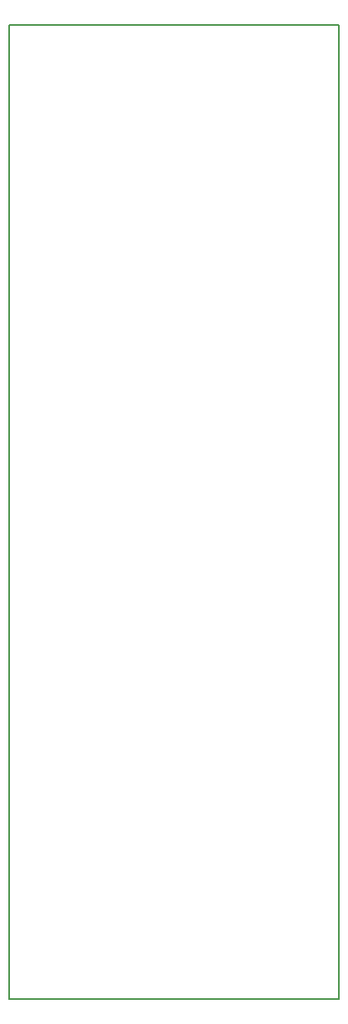
<source format=gbr>
G04 DipTrace 3.1.0.1*
G04 Ãðàíèöûïëàòû.gbr*
%MOIN*%
G04 #@! TF.FileFunction,Profile*
G04 #@! TF.Part,Single*
%ADD11C,0.005512*%
%FSLAX26Y26*%
G04*
G70*
G90*
G75*
G01*
G04 BoardOutline*
%LPD*%
X-9Y3900241D2*
D11*
X1325130D1*
Y-168D1*
X-9D1*
Y3900241D1*
M02*

</source>
